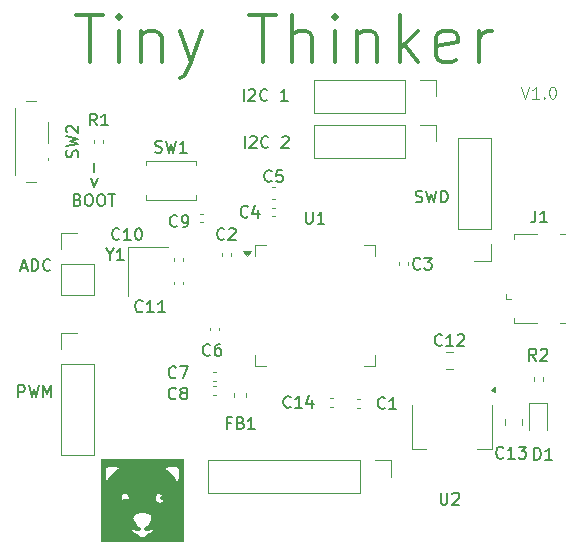
<source format=gbr>
%TF.GenerationSoftware,KiCad,Pcbnew,9.0.4-9.0.4-0~ubuntu22.04.1*%
%TF.CreationDate,2025-09-25T00:01:46-07:00*%
%TF.ProjectId,Tiny_Thinker,54696e79-5f54-4686-996e-6b65722e6b69,rev?*%
%TF.SameCoordinates,Original*%
%TF.FileFunction,Legend,Top*%
%TF.FilePolarity,Positive*%
%FSLAX46Y46*%
G04 Gerber Fmt 4.6, Leading zero omitted, Abs format (unit mm)*
G04 Created by KiCad (PCBNEW 9.0.4-9.0.4-0~ubuntu22.04.1) date 2025-09-25 00:01:46*
%MOMM*%
%LPD*%
G01*
G04 APERTURE LIST*
%ADD10C,0.200000*%
%ADD11C,0.100000*%
%ADD12C,0.300000*%
%ADD13C,0.150000*%
%ADD14C,0.000000*%
%ADD15C,0.120000*%
G04 APERTURE END LIST*
D10*
X117022054Y-73719600D02*
X117164911Y-73767219D01*
X117164911Y-73767219D02*
X117403006Y-73767219D01*
X117403006Y-73767219D02*
X117498244Y-73719600D01*
X117498244Y-73719600D02*
X117545863Y-73671980D01*
X117545863Y-73671980D02*
X117593482Y-73576742D01*
X117593482Y-73576742D02*
X117593482Y-73481504D01*
X117593482Y-73481504D02*
X117545863Y-73386266D01*
X117545863Y-73386266D02*
X117498244Y-73338647D01*
X117498244Y-73338647D02*
X117403006Y-73291028D01*
X117403006Y-73291028D02*
X117212530Y-73243409D01*
X117212530Y-73243409D02*
X117117292Y-73195790D01*
X117117292Y-73195790D02*
X117069673Y-73148171D01*
X117069673Y-73148171D02*
X117022054Y-73052933D01*
X117022054Y-73052933D02*
X117022054Y-72957695D01*
X117022054Y-72957695D02*
X117069673Y-72862457D01*
X117069673Y-72862457D02*
X117117292Y-72814838D01*
X117117292Y-72814838D02*
X117212530Y-72767219D01*
X117212530Y-72767219D02*
X117450625Y-72767219D01*
X117450625Y-72767219D02*
X117593482Y-72814838D01*
X117926816Y-72767219D02*
X118164911Y-73767219D01*
X118164911Y-73767219D02*
X118355387Y-73052933D01*
X118355387Y-73052933D02*
X118545863Y-73767219D01*
X118545863Y-73767219D02*
X118783959Y-72767219D01*
X119164911Y-73767219D02*
X119164911Y-72767219D01*
X119164911Y-72767219D02*
X119403006Y-72767219D01*
X119403006Y-72767219D02*
X119545863Y-72814838D01*
X119545863Y-72814838D02*
X119641101Y-72910076D01*
X119641101Y-72910076D02*
X119688720Y-73005314D01*
X119688720Y-73005314D02*
X119736339Y-73195790D01*
X119736339Y-73195790D02*
X119736339Y-73338647D01*
X119736339Y-73338647D02*
X119688720Y-73529123D01*
X119688720Y-73529123D02*
X119641101Y-73624361D01*
X119641101Y-73624361D02*
X119545863Y-73719600D01*
X119545863Y-73719600D02*
X119403006Y-73767219D01*
X119403006Y-73767219D02*
X119164911Y-73767219D01*
D11*
X125961027Y-63972419D02*
X126294360Y-64972419D01*
X126294360Y-64972419D02*
X126627693Y-63972419D01*
X127484836Y-64972419D02*
X126913408Y-64972419D01*
X127199122Y-64972419D02*
X127199122Y-63972419D01*
X127199122Y-63972419D02*
X127103884Y-64115276D01*
X127103884Y-64115276D02*
X127008646Y-64210514D01*
X127008646Y-64210514D02*
X126913408Y-64258133D01*
X127913408Y-64877180D02*
X127961027Y-64924800D01*
X127961027Y-64924800D02*
X127913408Y-64972419D01*
X127913408Y-64972419D02*
X127865789Y-64924800D01*
X127865789Y-64924800D02*
X127913408Y-64877180D01*
X127913408Y-64877180D02*
X127913408Y-64972419D01*
X128580074Y-63972419D02*
X128675312Y-63972419D01*
X128675312Y-63972419D02*
X128770550Y-64020038D01*
X128770550Y-64020038D02*
X128818169Y-64067657D01*
X128818169Y-64067657D02*
X128865788Y-64162895D01*
X128865788Y-64162895D02*
X128913407Y-64353371D01*
X128913407Y-64353371D02*
X128913407Y-64591466D01*
X128913407Y-64591466D02*
X128865788Y-64781942D01*
X128865788Y-64781942D02*
X128818169Y-64877180D01*
X128818169Y-64877180D02*
X128770550Y-64924800D01*
X128770550Y-64924800D02*
X128675312Y-64972419D01*
X128675312Y-64972419D02*
X128580074Y-64972419D01*
X128580074Y-64972419D02*
X128484836Y-64924800D01*
X128484836Y-64924800D02*
X128437217Y-64877180D01*
X128437217Y-64877180D02*
X128389598Y-64781942D01*
X128389598Y-64781942D02*
X128341979Y-64591466D01*
X128341979Y-64591466D02*
X128341979Y-64353371D01*
X128341979Y-64353371D02*
X128389598Y-64162895D01*
X128389598Y-64162895D02*
X128437217Y-64067657D01*
X128437217Y-64067657D02*
X128484836Y-64020038D01*
X128484836Y-64020038D02*
X128580074Y-63972419D01*
D12*
X88278320Y-57894876D02*
X90564034Y-57894876D01*
X89421177Y-61894876D02*
X89421177Y-57894876D01*
X91897367Y-61894876D02*
X91897367Y-59228209D01*
X91897367Y-57894876D02*
X91706891Y-58085352D01*
X91706891Y-58085352D02*
X91897367Y-58275828D01*
X91897367Y-58275828D02*
X92087844Y-58085352D01*
X92087844Y-58085352D02*
X91897367Y-57894876D01*
X91897367Y-57894876D02*
X91897367Y-58275828D01*
X93802129Y-59228209D02*
X93802129Y-61894876D01*
X93802129Y-59609161D02*
X93992606Y-59418685D01*
X93992606Y-59418685D02*
X94373558Y-59228209D01*
X94373558Y-59228209D02*
X94944987Y-59228209D01*
X94944987Y-59228209D02*
X95325939Y-59418685D01*
X95325939Y-59418685D02*
X95516415Y-59799638D01*
X95516415Y-59799638D02*
X95516415Y-61894876D01*
X97040225Y-59228209D02*
X97992606Y-61894876D01*
X98944987Y-59228209D02*
X97992606Y-61894876D01*
X97992606Y-61894876D02*
X97611654Y-62847257D01*
X97611654Y-62847257D02*
X97421177Y-63037733D01*
X97421177Y-63037733D02*
X97040225Y-63228209D01*
X102944987Y-57894876D02*
X105230701Y-57894876D01*
X104087844Y-61894876D02*
X104087844Y-57894876D01*
X106564034Y-61894876D02*
X106564034Y-57894876D01*
X108278320Y-61894876D02*
X108278320Y-59799638D01*
X108278320Y-59799638D02*
X108087844Y-59418685D01*
X108087844Y-59418685D02*
X107706892Y-59228209D01*
X107706892Y-59228209D02*
X107135463Y-59228209D01*
X107135463Y-59228209D02*
X106754511Y-59418685D01*
X106754511Y-59418685D02*
X106564034Y-59609161D01*
X110183082Y-61894876D02*
X110183082Y-59228209D01*
X110183082Y-57894876D02*
X109992606Y-58085352D01*
X109992606Y-58085352D02*
X110183082Y-58275828D01*
X110183082Y-58275828D02*
X110373559Y-58085352D01*
X110373559Y-58085352D02*
X110183082Y-57894876D01*
X110183082Y-57894876D02*
X110183082Y-58275828D01*
X112087844Y-59228209D02*
X112087844Y-61894876D01*
X112087844Y-59609161D02*
X112278321Y-59418685D01*
X112278321Y-59418685D02*
X112659273Y-59228209D01*
X112659273Y-59228209D02*
X113230702Y-59228209D01*
X113230702Y-59228209D02*
X113611654Y-59418685D01*
X113611654Y-59418685D02*
X113802130Y-59799638D01*
X113802130Y-59799638D02*
X113802130Y-61894876D01*
X115706892Y-61894876D02*
X115706892Y-57894876D01*
X116087845Y-60371066D02*
X117230702Y-61894876D01*
X117230702Y-59228209D02*
X115706892Y-60752019D01*
X120468797Y-61704400D02*
X120087845Y-61894876D01*
X120087845Y-61894876D02*
X119325940Y-61894876D01*
X119325940Y-61894876D02*
X118944987Y-61704400D01*
X118944987Y-61704400D02*
X118754511Y-61323447D01*
X118754511Y-61323447D02*
X118754511Y-59799638D01*
X118754511Y-59799638D02*
X118944987Y-59418685D01*
X118944987Y-59418685D02*
X119325940Y-59228209D01*
X119325940Y-59228209D02*
X120087845Y-59228209D01*
X120087845Y-59228209D02*
X120468797Y-59418685D01*
X120468797Y-59418685D02*
X120659273Y-59799638D01*
X120659273Y-59799638D02*
X120659273Y-60180590D01*
X120659273Y-60180590D02*
X118754511Y-60561542D01*
X122373558Y-61894876D02*
X122373558Y-59228209D01*
X122373558Y-59990114D02*
X122564035Y-59609161D01*
X122564035Y-59609161D02*
X122754511Y-59418685D01*
X122754511Y-59418685D02*
X123135463Y-59228209D01*
X123135463Y-59228209D02*
X123516416Y-59228209D01*
D10*
X83369673Y-90267219D02*
X83369673Y-89267219D01*
X83369673Y-89267219D02*
X83750625Y-89267219D01*
X83750625Y-89267219D02*
X83845863Y-89314838D01*
X83845863Y-89314838D02*
X83893482Y-89362457D01*
X83893482Y-89362457D02*
X83941101Y-89457695D01*
X83941101Y-89457695D02*
X83941101Y-89600552D01*
X83941101Y-89600552D02*
X83893482Y-89695790D01*
X83893482Y-89695790D02*
X83845863Y-89743409D01*
X83845863Y-89743409D02*
X83750625Y-89791028D01*
X83750625Y-89791028D02*
X83369673Y-89791028D01*
X84274435Y-89267219D02*
X84512530Y-90267219D01*
X84512530Y-90267219D02*
X84703006Y-89552933D01*
X84703006Y-89552933D02*
X84893482Y-90267219D01*
X84893482Y-90267219D02*
X85131578Y-89267219D01*
X85512530Y-90267219D02*
X85512530Y-89267219D01*
X85512530Y-89267219D02*
X85845863Y-89981504D01*
X85845863Y-89981504D02*
X86179196Y-89267219D01*
X86179196Y-89267219D02*
X86179196Y-90267219D01*
X83622054Y-79281504D02*
X84098244Y-79281504D01*
X83526816Y-79567219D02*
X83860149Y-78567219D01*
X83860149Y-78567219D02*
X84193482Y-79567219D01*
X84526816Y-79567219D02*
X84526816Y-78567219D01*
X84526816Y-78567219D02*
X84764911Y-78567219D01*
X84764911Y-78567219D02*
X84907768Y-78614838D01*
X84907768Y-78614838D02*
X85003006Y-78710076D01*
X85003006Y-78710076D02*
X85050625Y-78805314D01*
X85050625Y-78805314D02*
X85098244Y-78995790D01*
X85098244Y-78995790D02*
X85098244Y-79138647D01*
X85098244Y-79138647D02*
X85050625Y-79329123D01*
X85050625Y-79329123D02*
X85003006Y-79424361D01*
X85003006Y-79424361D02*
X84907768Y-79519600D01*
X84907768Y-79519600D02*
X84764911Y-79567219D01*
X84764911Y-79567219D02*
X84526816Y-79567219D01*
X86098244Y-79471980D02*
X86050625Y-79519600D01*
X86050625Y-79519600D02*
X85907768Y-79567219D01*
X85907768Y-79567219D02*
X85812530Y-79567219D01*
X85812530Y-79567219D02*
X85669673Y-79519600D01*
X85669673Y-79519600D02*
X85574435Y-79424361D01*
X85574435Y-79424361D02*
X85526816Y-79329123D01*
X85526816Y-79329123D02*
X85479197Y-79138647D01*
X85479197Y-79138647D02*
X85479197Y-78995790D01*
X85479197Y-78995790D02*
X85526816Y-78805314D01*
X85526816Y-78805314D02*
X85574435Y-78710076D01*
X85574435Y-78710076D02*
X85669673Y-78614838D01*
X85669673Y-78614838D02*
X85812530Y-78567219D01*
X85812530Y-78567219D02*
X85907768Y-78567219D01*
X85907768Y-78567219D02*
X86050625Y-78614838D01*
X86050625Y-78614838D02*
X86098244Y-78662457D01*
X88403006Y-73533465D02*
X88545863Y-73581084D01*
X88545863Y-73581084D02*
X88593482Y-73628703D01*
X88593482Y-73628703D02*
X88641101Y-73723941D01*
X88641101Y-73723941D02*
X88641101Y-73866798D01*
X88641101Y-73866798D02*
X88593482Y-73962036D01*
X88593482Y-73962036D02*
X88545863Y-74009656D01*
X88545863Y-74009656D02*
X88450625Y-74057275D01*
X88450625Y-74057275D02*
X88069673Y-74057275D01*
X88069673Y-74057275D02*
X88069673Y-73057275D01*
X88069673Y-73057275D02*
X88403006Y-73057275D01*
X88403006Y-73057275D02*
X88498244Y-73104894D01*
X88498244Y-73104894D02*
X88545863Y-73152513D01*
X88545863Y-73152513D02*
X88593482Y-73247751D01*
X88593482Y-73247751D02*
X88593482Y-73342989D01*
X88593482Y-73342989D02*
X88545863Y-73438227D01*
X88545863Y-73438227D02*
X88498244Y-73485846D01*
X88498244Y-73485846D02*
X88403006Y-73533465D01*
X88403006Y-73533465D02*
X88069673Y-73533465D01*
X89260149Y-73057275D02*
X89450625Y-73057275D01*
X89450625Y-73057275D02*
X89545863Y-73104894D01*
X89545863Y-73104894D02*
X89641101Y-73200132D01*
X89641101Y-73200132D02*
X89688720Y-73390608D01*
X89688720Y-73390608D02*
X89688720Y-73723941D01*
X89688720Y-73723941D02*
X89641101Y-73914417D01*
X89641101Y-73914417D02*
X89545863Y-74009656D01*
X89545863Y-74009656D02*
X89450625Y-74057275D01*
X89450625Y-74057275D02*
X89260149Y-74057275D01*
X89260149Y-74057275D02*
X89164911Y-74009656D01*
X89164911Y-74009656D02*
X89069673Y-73914417D01*
X89069673Y-73914417D02*
X89022054Y-73723941D01*
X89022054Y-73723941D02*
X89022054Y-73390608D01*
X89022054Y-73390608D02*
X89069673Y-73200132D01*
X89069673Y-73200132D02*
X89164911Y-73104894D01*
X89164911Y-73104894D02*
X89260149Y-73057275D01*
X90307768Y-73057275D02*
X90498244Y-73057275D01*
X90498244Y-73057275D02*
X90593482Y-73104894D01*
X90593482Y-73104894D02*
X90688720Y-73200132D01*
X90688720Y-73200132D02*
X90736339Y-73390608D01*
X90736339Y-73390608D02*
X90736339Y-73723941D01*
X90736339Y-73723941D02*
X90688720Y-73914417D01*
X90688720Y-73914417D02*
X90593482Y-74009656D01*
X90593482Y-74009656D02*
X90498244Y-74057275D01*
X90498244Y-74057275D02*
X90307768Y-74057275D01*
X90307768Y-74057275D02*
X90212530Y-74009656D01*
X90212530Y-74009656D02*
X90117292Y-73914417D01*
X90117292Y-73914417D02*
X90069673Y-73723941D01*
X90069673Y-73723941D02*
X90069673Y-73390608D01*
X90069673Y-73390608D02*
X90117292Y-73200132D01*
X90117292Y-73200132D02*
X90212530Y-73104894D01*
X90212530Y-73104894D02*
X90307768Y-73057275D01*
X91022054Y-73057275D02*
X91593482Y-73057275D01*
X91307768Y-74057275D02*
X91307768Y-73057275D01*
X89813733Y-70469673D02*
X89813733Y-71231578D01*
X90099447Y-71707768D02*
X89813733Y-72469673D01*
X89813733Y-72469673D02*
X89528019Y-71707768D01*
X102569673Y-69167219D02*
X102569673Y-68167219D01*
X102998244Y-68262457D02*
X103045863Y-68214838D01*
X103045863Y-68214838D02*
X103141101Y-68167219D01*
X103141101Y-68167219D02*
X103379196Y-68167219D01*
X103379196Y-68167219D02*
X103474434Y-68214838D01*
X103474434Y-68214838D02*
X103522053Y-68262457D01*
X103522053Y-68262457D02*
X103569672Y-68357695D01*
X103569672Y-68357695D02*
X103569672Y-68452933D01*
X103569672Y-68452933D02*
X103522053Y-68595790D01*
X103522053Y-68595790D02*
X102950625Y-69167219D01*
X102950625Y-69167219D02*
X103569672Y-69167219D01*
X104569672Y-69071980D02*
X104522053Y-69119600D01*
X104522053Y-69119600D02*
X104379196Y-69167219D01*
X104379196Y-69167219D02*
X104283958Y-69167219D01*
X104283958Y-69167219D02*
X104141101Y-69119600D01*
X104141101Y-69119600D02*
X104045863Y-69024361D01*
X104045863Y-69024361D02*
X103998244Y-68929123D01*
X103998244Y-68929123D02*
X103950625Y-68738647D01*
X103950625Y-68738647D02*
X103950625Y-68595790D01*
X103950625Y-68595790D02*
X103998244Y-68405314D01*
X103998244Y-68405314D02*
X104045863Y-68310076D01*
X104045863Y-68310076D02*
X104141101Y-68214838D01*
X104141101Y-68214838D02*
X104283958Y-68167219D01*
X104283958Y-68167219D02*
X104379196Y-68167219D01*
X104379196Y-68167219D02*
X104522053Y-68214838D01*
X104522053Y-68214838D02*
X104569672Y-68262457D01*
X105712530Y-68262457D02*
X105760149Y-68214838D01*
X105760149Y-68214838D02*
X105855387Y-68167219D01*
X105855387Y-68167219D02*
X106093482Y-68167219D01*
X106093482Y-68167219D02*
X106188720Y-68214838D01*
X106188720Y-68214838D02*
X106236339Y-68262457D01*
X106236339Y-68262457D02*
X106283958Y-68357695D01*
X106283958Y-68357695D02*
X106283958Y-68452933D01*
X106283958Y-68452933D02*
X106236339Y-68595790D01*
X106236339Y-68595790D02*
X105664911Y-69167219D01*
X105664911Y-69167219D02*
X106283958Y-69167219D01*
X102469673Y-65167219D02*
X102469673Y-64167219D01*
X102898244Y-64262457D02*
X102945863Y-64214838D01*
X102945863Y-64214838D02*
X103041101Y-64167219D01*
X103041101Y-64167219D02*
X103279196Y-64167219D01*
X103279196Y-64167219D02*
X103374434Y-64214838D01*
X103374434Y-64214838D02*
X103422053Y-64262457D01*
X103422053Y-64262457D02*
X103469672Y-64357695D01*
X103469672Y-64357695D02*
X103469672Y-64452933D01*
X103469672Y-64452933D02*
X103422053Y-64595790D01*
X103422053Y-64595790D02*
X102850625Y-65167219D01*
X102850625Y-65167219D02*
X103469672Y-65167219D01*
X104469672Y-65071980D02*
X104422053Y-65119600D01*
X104422053Y-65119600D02*
X104279196Y-65167219D01*
X104279196Y-65167219D02*
X104183958Y-65167219D01*
X104183958Y-65167219D02*
X104041101Y-65119600D01*
X104041101Y-65119600D02*
X103945863Y-65024361D01*
X103945863Y-65024361D02*
X103898244Y-64929123D01*
X103898244Y-64929123D02*
X103850625Y-64738647D01*
X103850625Y-64738647D02*
X103850625Y-64595790D01*
X103850625Y-64595790D02*
X103898244Y-64405314D01*
X103898244Y-64405314D02*
X103945863Y-64310076D01*
X103945863Y-64310076D02*
X104041101Y-64214838D01*
X104041101Y-64214838D02*
X104183958Y-64167219D01*
X104183958Y-64167219D02*
X104279196Y-64167219D01*
X104279196Y-64167219D02*
X104422053Y-64214838D01*
X104422053Y-64214838D02*
X104469672Y-64262457D01*
X106183958Y-65167219D02*
X105612530Y-65167219D01*
X105898244Y-65167219D02*
X105898244Y-64167219D01*
X105898244Y-64167219D02*
X105803006Y-64310076D01*
X105803006Y-64310076D02*
X105707768Y-64405314D01*
X105707768Y-64405314D02*
X105612530Y-64452933D01*
D12*
X92578572Y-98249757D02*
X92435715Y-98178328D01*
X92435715Y-98178328D02*
X92221429Y-98178328D01*
X92221429Y-98178328D02*
X92007143Y-98249757D01*
X92007143Y-98249757D02*
X91864286Y-98392614D01*
X91864286Y-98392614D02*
X91792857Y-98535471D01*
X91792857Y-98535471D02*
X91721429Y-98821185D01*
X91721429Y-98821185D02*
X91721429Y-99035471D01*
X91721429Y-99035471D02*
X91792857Y-99321185D01*
X91792857Y-99321185D02*
X91864286Y-99464042D01*
X91864286Y-99464042D02*
X92007143Y-99606900D01*
X92007143Y-99606900D02*
X92221429Y-99678328D01*
X92221429Y-99678328D02*
X92364286Y-99678328D01*
X92364286Y-99678328D02*
X92578572Y-99606900D01*
X92578572Y-99606900D02*
X92650000Y-99535471D01*
X92650000Y-99535471D02*
X92650000Y-99035471D01*
X92650000Y-99035471D02*
X92364286Y-99035471D01*
X93507143Y-98178328D02*
X93507143Y-98535471D01*
X93150000Y-98392614D02*
X93507143Y-98535471D01*
X93507143Y-98535471D02*
X93864286Y-98392614D01*
X93292857Y-98821185D02*
X93507143Y-98535471D01*
X93507143Y-98535471D02*
X93721429Y-98821185D01*
X94650000Y-98178328D02*
X94650000Y-98535471D01*
X94292857Y-98392614D02*
X94650000Y-98535471D01*
X94650000Y-98535471D02*
X95007143Y-98392614D01*
X94435714Y-98821185D02*
X94650000Y-98535471D01*
X94650000Y-98535471D02*
X94864286Y-98821185D01*
X95792857Y-98178328D02*
X95792857Y-98535471D01*
X95435714Y-98392614D02*
X95792857Y-98535471D01*
X95792857Y-98535471D02*
X96150000Y-98392614D01*
X95578571Y-98821185D02*
X95792857Y-98535471D01*
X95792857Y-98535471D02*
X96007143Y-98821185D01*
D13*
X127166666Y-74454819D02*
X127166666Y-75169104D01*
X127166666Y-75169104D02*
X127119047Y-75311961D01*
X127119047Y-75311961D02*
X127023809Y-75407200D01*
X127023809Y-75407200D02*
X126880952Y-75454819D01*
X126880952Y-75454819D02*
X126785714Y-75454819D01*
X128166666Y-75454819D02*
X127595238Y-75454819D01*
X127880952Y-75454819D02*
X127880952Y-74454819D01*
X127880952Y-74454819D02*
X127785714Y-74597676D01*
X127785714Y-74597676D02*
X127690476Y-74692914D01*
X127690476Y-74692914D02*
X127595238Y-74740533D01*
X96833333Y-75759580D02*
X96785714Y-75807200D01*
X96785714Y-75807200D02*
X96642857Y-75854819D01*
X96642857Y-75854819D02*
X96547619Y-75854819D01*
X96547619Y-75854819D02*
X96404762Y-75807200D01*
X96404762Y-75807200D02*
X96309524Y-75711961D01*
X96309524Y-75711961D02*
X96261905Y-75616723D01*
X96261905Y-75616723D02*
X96214286Y-75426247D01*
X96214286Y-75426247D02*
X96214286Y-75283390D01*
X96214286Y-75283390D02*
X96261905Y-75092914D01*
X96261905Y-75092914D02*
X96309524Y-74997676D01*
X96309524Y-74997676D02*
X96404762Y-74902438D01*
X96404762Y-74902438D02*
X96547619Y-74854819D01*
X96547619Y-74854819D02*
X96642857Y-74854819D01*
X96642857Y-74854819D02*
X96785714Y-74902438D01*
X96785714Y-74902438D02*
X96833333Y-74950057D01*
X97309524Y-75854819D02*
X97500000Y-75854819D01*
X97500000Y-75854819D02*
X97595238Y-75807200D01*
X97595238Y-75807200D02*
X97642857Y-75759580D01*
X97642857Y-75759580D02*
X97738095Y-75616723D01*
X97738095Y-75616723D02*
X97785714Y-75426247D01*
X97785714Y-75426247D02*
X97785714Y-75045295D01*
X97785714Y-75045295D02*
X97738095Y-74950057D01*
X97738095Y-74950057D02*
X97690476Y-74902438D01*
X97690476Y-74902438D02*
X97595238Y-74854819D01*
X97595238Y-74854819D02*
X97404762Y-74854819D01*
X97404762Y-74854819D02*
X97309524Y-74902438D01*
X97309524Y-74902438D02*
X97261905Y-74950057D01*
X97261905Y-74950057D02*
X97214286Y-75045295D01*
X97214286Y-75045295D02*
X97214286Y-75283390D01*
X97214286Y-75283390D02*
X97261905Y-75378628D01*
X97261905Y-75378628D02*
X97309524Y-75426247D01*
X97309524Y-75426247D02*
X97404762Y-75473866D01*
X97404762Y-75473866D02*
X97595238Y-75473866D01*
X97595238Y-75473866D02*
X97690476Y-75426247D01*
X97690476Y-75426247D02*
X97738095Y-75378628D01*
X97738095Y-75378628D02*
X97785714Y-75283390D01*
X88407200Y-69933332D02*
X88454819Y-69790475D01*
X88454819Y-69790475D02*
X88454819Y-69552380D01*
X88454819Y-69552380D02*
X88407200Y-69457142D01*
X88407200Y-69457142D02*
X88359580Y-69409523D01*
X88359580Y-69409523D02*
X88264342Y-69361904D01*
X88264342Y-69361904D02*
X88169104Y-69361904D01*
X88169104Y-69361904D02*
X88073866Y-69409523D01*
X88073866Y-69409523D02*
X88026247Y-69457142D01*
X88026247Y-69457142D02*
X87978628Y-69552380D01*
X87978628Y-69552380D02*
X87931009Y-69742856D01*
X87931009Y-69742856D02*
X87883390Y-69838094D01*
X87883390Y-69838094D02*
X87835771Y-69885713D01*
X87835771Y-69885713D02*
X87740533Y-69933332D01*
X87740533Y-69933332D02*
X87645295Y-69933332D01*
X87645295Y-69933332D02*
X87550057Y-69885713D01*
X87550057Y-69885713D02*
X87502438Y-69838094D01*
X87502438Y-69838094D02*
X87454819Y-69742856D01*
X87454819Y-69742856D02*
X87454819Y-69504761D01*
X87454819Y-69504761D02*
X87502438Y-69361904D01*
X87454819Y-69028570D02*
X88454819Y-68790475D01*
X88454819Y-68790475D02*
X87740533Y-68599999D01*
X87740533Y-68599999D02*
X88454819Y-68409523D01*
X88454819Y-68409523D02*
X87454819Y-68171428D01*
X87550057Y-67838094D02*
X87502438Y-67790475D01*
X87502438Y-67790475D02*
X87454819Y-67695237D01*
X87454819Y-67695237D02*
X87454819Y-67457142D01*
X87454819Y-67457142D02*
X87502438Y-67361904D01*
X87502438Y-67361904D02*
X87550057Y-67314285D01*
X87550057Y-67314285D02*
X87645295Y-67266666D01*
X87645295Y-67266666D02*
X87740533Y-67266666D01*
X87740533Y-67266666D02*
X87883390Y-67314285D01*
X87883390Y-67314285D02*
X88454819Y-67885713D01*
X88454819Y-67885713D02*
X88454819Y-67266666D01*
X117433333Y-79359580D02*
X117385714Y-79407200D01*
X117385714Y-79407200D02*
X117242857Y-79454819D01*
X117242857Y-79454819D02*
X117147619Y-79454819D01*
X117147619Y-79454819D02*
X117004762Y-79407200D01*
X117004762Y-79407200D02*
X116909524Y-79311961D01*
X116909524Y-79311961D02*
X116861905Y-79216723D01*
X116861905Y-79216723D02*
X116814286Y-79026247D01*
X116814286Y-79026247D02*
X116814286Y-78883390D01*
X116814286Y-78883390D02*
X116861905Y-78692914D01*
X116861905Y-78692914D02*
X116909524Y-78597676D01*
X116909524Y-78597676D02*
X117004762Y-78502438D01*
X117004762Y-78502438D02*
X117147619Y-78454819D01*
X117147619Y-78454819D02*
X117242857Y-78454819D01*
X117242857Y-78454819D02*
X117385714Y-78502438D01*
X117385714Y-78502438D02*
X117433333Y-78550057D01*
X117766667Y-78454819D02*
X118385714Y-78454819D01*
X118385714Y-78454819D02*
X118052381Y-78835771D01*
X118052381Y-78835771D02*
X118195238Y-78835771D01*
X118195238Y-78835771D02*
X118290476Y-78883390D01*
X118290476Y-78883390D02*
X118338095Y-78931009D01*
X118338095Y-78931009D02*
X118385714Y-79026247D01*
X118385714Y-79026247D02*
X118385714Y-79264342D01*
X118385714Y-79264342D02*
X118338095Y-79359580D01*
X118338095Y-79359580D02*
X118290476Y-79407200D01*
X118290476Y-79407200D02*
X118195238Y-79454819D01*
X118195238Y-79454819D02*
X117909524Y-79454819D01*
X117909524Y-79454819D02*
X117814286Y-79407200D01*
X117814286Y-79407200D02*
X117766667Y-79359580D01*
X102833333Y-74959580D02*
X102785714Y-75007200D01*
X102785714Y-75007200D02*
X102642857Y-75054819D01*
X102642857Y-75054819D02*
X102547619Y-75054819D01*
X102547619Y-75054819D02*
X102404762Y-75007200D01*
X102404762Y-75007200D02*
X102309524Y-74911961D01*
X102309524Y-74911961D02*
X102261905Y-74816723D01*
X102261905Y-74816723D02*
X102214286Y-74626247D01*
X102214286Y-74626247D02*
X102214286Y-74483390D01*
X102214286Y-74483390D02*
X102261905Y-74292914D01*
X102261905Y-74292914D02*
X102309524Y-74197676D01*
X102309524Y-74197676D02*
X102404762Y-74102438D01*
X102404762Y-74102438D02*
X102547619Y-74054819D01*
X102547619Y-74054819D02*
X102642857Y-74054819D01*
X102642857Y-74054819D02*
X102785714Y-74102438D01*
X102785714Y-74102438D02*
X102833333Y-74150057D01*
X103690476Y-74388152D02*
X103690476Y-75054819D01*
X103452381Y-74007200D02*
X103214286Y-74721485D01*
X103214286Y-74721485D02*
X103833333Y-74721485D01*
X101366666Y-92431009D02*
X101033333Y-92431009D01*
X101033333Y-92954819D02*
X101033333Y-91954819D01*
X101033333Y-91954819D02*
X101509523Y-91954819D01*
X102223809Y-92431009D02*
X102366666Y-92478628D01*
X102366666Y-92478628D02*
X102414285Y-92526247D01*
X102414285Y-92526247D02*
X102461904Y-92621485D01*
X102461904Y-92621485D02*
X102461904Y-92764342D01*
X102461904Y-92764342D02*
X102414285Y-92859580D01*
X102414285Y-92859580D02*
X102366666Y-92907200D01*
X102366666Y-92907200D02*
X102271428Y-92954819D01*
X102271428Y-92954819D02*
X101890476Y-92954819D01*
X101890476Y-92954819D02*
X101890476Y-91954819D01*
X101890476Y-91954819D02*
X102223809Y-91954819D01*
X102223809Y-91954819D02*
X102319047Y-92002438D01*
X102319047Y-92002438D02*
X102366666Y-92050057D01*
X102366666Y-92050057D02*
X102414285Y-92145295D01*
X102414285Y-92145295D02*
X102414285Y-92240533D01*
X102414285Y-92240533D02*
X102366666Y-92335771D01*
X102366666Y-92335771D02*
X102319047Y-92383390D01*
X102319047Y-92383390D02*
X102223809Y-92431009D01*
X102223809Y-92431009D02*
X101890476Y-92431009D01*
X103414285Y-92954819D02*
X102842857Y-92954819D01*
X103128571Y-92954819D02*
X103128571Y-91954819D01*
X103128571Y-91954819D02*
X103033333Y-92097676D01*
X103033333Y-92097676D02*
X102938095Y-92192914D01*
X102938095Y-92192914D02*
X102842857Y-92240533D01*
X99633333Y-86659580D02*
X99585714Y-86707200D01*
X99585714Y-86707200D02*
X99442857Y-86754819D01*
X99442857Y-86754819D02*
X99347619Y-86754819D01*
X99347619Y-86754819D02*
X99204762Y-86707200D01*
X99204762Y-86707200D02*
X99109524Y-86611961D01*
X99109524Y-86611961D02*
X99061905Y-86516723D01*
X99061905Y-86516723D02*
X99014286Y-86326247D01*
X99014286Y-86326247D02*
X99014286Y-86183390D01*
X99014286Y-86183390D02*
X99061905Y-85992914D01*
X99061905Y-85992914D02*
X99109524Y-85897676D01*
X99109524Y-85897676D02*
X99204762Y-85802438D01*
X99204762Y-85802438D02*
X99347619Y-85754819D01*
X99347619Y-85754819D02*
X99442857Y-85754819D01*
X99442857Y-85754819D02*
X99585714Y-85802438D01*
X99585714Y-85802438D02*
X99633333Y-85850057D01*
X100490476Y-85754819D02*
X100300000Y-85754819D01*
X100300000Y-85754819D02*
X100204762Y-85802438D01*
X100204762Y-85802438D02*
X100157143Y-85850057D01*
X100157143Y-85850057D02*
X100061905Y-85992914D01*
X100061905Y-85992914D02*
X100014286Y-86183390D01*
X100014286Y-86183390D02*
X100014286Y-86564342D01*
X100014286Y-86564342D02*
X100061905Y-86659580D01*
X100061905Y-86659580D02*
X100109524Y-86707200D01*
X100109524Y-86707200D02*
X100204762Y-86754819D01*
X100204762Y-86754819D02*
X100395238Y-86754819D01*
X100395238Y-86754819D02*
X100490476Y-86707200D01*
X100490476Y-86707200D02*
X100538095Y-86659580D01*
X100538095Y-86659580D02*
X100585714Y-86564342D01*
X100585714Y-86564342D02*
X100585714Y-86326247D01*
X100585714Y-86326247D02*
X100538095Y-86231009D01*
X100538095Y-86231009D02*
X100490476Y-86183390D01*
X100490476Y-86183390D02*
X100395238Y-86135771D01*
X100395238Y-86135771D02*
X100204762Y-86135771D01*
X100204762Y-86135771D02*
X100109524Y-86183390D01*
X100109524Y-86183390D02*
X100061905Y-86231009D01*
X100061905Y-86231009D02*
X100014286Y-86326247D01*
X119138095Y-98354819D02*
X119138095Y-99164342D01*
X119138095Y-99164342D02*
X119185714Y-99259580D01*
X119185714Y-99259580D02*
X119233333Y-99307200D01*
X119233333Y-99307200D02*
X119328571Y-99354819D01*
X119328571Y-99354819D02*
X119519047Y-99354819D01*
X119519047Y-99354819D02*
X119614285Y-99307200D01*
X119614285Y-99307200D02*
X119661904Y-99259580D01*
X119661904Y-99259580D02*
X119709523Y-99164342D01*
X119709523Y-99164342D02*
X119709523Y-98354819D01*
X120138095Y-98450057D02*
X120185714Y-98402438D01*
X120185714Y-98402438D02*
X120280952Y-98354819D01*
X120280952Y-98354819D02*
X120519047Y-98354819D01*
X120519047Y-98354819D02*
X120614285Y-98402438D01*
X120614285Y-98402438D02*
X120661904Y-98450057D01*
X120661904Y-98450057D02*
X120709523Y-98545295D01*
X120709523Y-98545295D02*
X120709523Y-98640533D01*
X120709523Y-98640533D02*
X120661904Y-98783390D01*
X120661904Y-98783390D02*
X120090476Y-99354819D01*
X120090476Y-99354819D02*
X120709523Y-99354819D01*
X104833333Y-71929580D02*
X104785714Y-71977200D01*
X104785714Y-71977200D02*
X104642857Y-72024819D01*
X104642857Y-72024819D02*
X104547619Y-72024819D01*
X104547619Y-72024819D02*
X104404762Y-71977200D01*
X104404762Y-71977200D02*
X104309524Y-71881961D01*
X104309524Y-71881961D02*
X104261905Y-71786723D01*
X104261905Y-71786723D02*
X104214286Y-71596247D01*
X104214286Y-71596247D02*
X104214286Y-71453390D01*
X104214286Y-71453390D02*
X104261905Y-71262914D01*
X104261905Y-71262914D02*
X104309524Y-71167676D01*
X104309524Y-71167676D02*
X104404762Y-71072438D01*
X104404762Y-71072438D02*
X104547619Y-71024819D01*
X104547619Y-71024819D02*
X104642857Y-71024819D01*
X104642857Y-71024819D02*
X104785714Y-71072438D01*
X104785714Y-71072438D02*
X104833333Y-71120057D01*
X105738095Y-71024819D02*
X105261905Y-71024819D01*
X105261905Y-71024819D02*
X105214286Y-71501009D01*
X105214286Y-71501009D02*
X105261905Y-71453390D01*
X105261905Y-71453390D02*
X105357143Y-71405771D01*
X105357143Y-71405771D02*
X105595238Y-71405771D01*
X105595238Y-71405771D02*
X105690476Y-71453390D01*
X105690476Y-71453390D02*
X105738095Y-71501009D01*
X105738095Y-71501009D02*
X105785714Y-71596247D01*
X105785714Y-71596247D02*
X105785714Y-71834342D01*
X105785714Y-71834342D02*
X105738095Y-71929580D01*
X105738095Y-71929580D02*
X105690476Y-71977200D01*
X105690476Y-71977200D02*
X105595238Y-72024819D01*
X105595238Y-72024819D02*
X105357143Y-72024819D01*
X105357143Y-72024819D02*
X105261905Y-71977200D01*
X105261905Y-71977200D02*
X105214286Y-71929580D01*
X114433333Y-91159580D02*
X114385714Y-91207200D01*
X114385714Y-91207200D02*
X114242857Y-91254819D01*
X114242857Y-91254819D02*
X114147619Y-91254819D01*
X114147619Y-91254819D02*
X114004762Y-91207200D01*
X114004762Y-91207200D02*
X113909524Y-91111961D01*
X113909524Y-91111961D02*
X113861905Y-91016723D01*
X113861905Y-91016723D02*
X113814286Y-90826247D01*
X113814286Y-90826247D02*
X113814286Y-90683390D01*
X113814286Y-90683390D02*
X113861905Y-90492914D01*
X113861905Y-90492914D02*
X113909524Y-90397676D01*
X113909524Y-90397676D02*
X114004762Y-90302438D01*
X114004762Y-90302438D02*
X114147619Y-90254819D01*
X114147619Y-90254819D02*
X114242857Y-90254819D01*
X114242857Y-90254819D02*
X114385714Y-90302438D01*
X114385714Y-90302438D02*
X114433333Y-90350057D01*
X115385714Y-91254819D02*
X114814286Y-91254819D01*
X115100000Y-91254819D02*
X115100000Y-90254819D01*
X115100000Y-90254819D02*
X115004762Y-90397676D01*
X115004762Y-90397676D02*
X114909524Y-90492914D01*
X114909524Y-90492914D02*
X114814286Y-90540533D01*
X91123809Y-78178628D02*
X91123809Y-78654819D01*
X90790476Y-77654819D02*
X91123809Y-78178628D01*
X91123809Y-78178628D02*
X91457142Y-77654819D01*
X92314285Y-78654819D02*
X91742857Y-78654819D01*
X92028571Y-78654819D02*
X92028571Y-77654819D01*
X92028571Y-77654819D02*
X91933333Y-77797676D01*
X91933333Y-77797676D02*
X91838095Y-77892914D01*
X91838095Y-77892914D02*
X91742857Y-77940533D01*
X96733333Y-90359580D02*
X96685714Y-90407200D01*
X96685714Y-90407200D02*
X96542857Y-90454819D01*
X96542857Y-90454819D02*
X96447619Y-90454819D01*
X96447619Y-90454819D02*
X96304762Y-90407200D01*
X96304762Y-90407200D02*
X96209524Y-90311961D01*
X96209524Y-90311961D02*
X96161905Y-90216723D01*
X96161905Y-90216723D02*
X96114286Y-90026247D01*
X96114286Y-90026247D02*
X96114286Y-89883390D01*
X96114286Y-89883390D02*
X96161905Y-89692914D01*
X96161905Y-89692914D02*
X96209524Y-89597676D01*
X96209524Y-89597676D02*
X96304762Y-89502438D01*
X96304762Y-89502438D02*
X96447619Y-89454819D01*
X96447619Y-89454819D02*
X96542857Y-89454819D01*
X96542857Y-89454819D02*
X96685714Y-89502438D01*
X96685714Y-89502438D02*
X96733333Y-89550057D01*
X97304762Y-89883390D02*
X97209524Y-89835771D01*
X97209524Y-89835771D02*
X97161905Y-89788152D01*
X97161905Y-89788152D02*
X97114286Y-89692914D01*
X97114286Y-89692914D02*
X97114286Y-89645295D01*
X97114286Y-89645295D02*
X97161905Y-89550057D01*
X97161905Y-89550057D02*
X97209524Y-89502438D01*
X97209524Y-89502438D02*
X97304762Y-89454819D01*
X97304762Y-89454819D02*
X97495238Y-89454819D01*
X97495238Y-89454819D02*
X97590476Y-89502438D01*
X97590476Y-89502438D02*
X97638095Y-89550057D01*
X97638095Y-89550057D02*
X97685714Y-89645295D01*
X97685714Y-89645295D02*
X97685714Y-89692914D01*
X97685714Y-89692914D02*
X97638095Y-89788152D01*
X97638095Y-89788152D02*
X97590476Y-89835771D01*
X97590476Y-89835771D02*
X97495238Y-89883390D01*
X97495238Y-89883390D02*
X97304762Y-89883390D01*
X97304762Y-89883390D02*
X97209524Y-89931009D01*
X97209524Y-89931009D02*
X97161905Y-89978628D01*
X97161905Y-89978628D02*
X97114286Y-90073866D01*
X97114286Y-90073866D02*
X97114286Y-90264342D01*
X97114286Y-90264342D02*
X97161905Y-90359580D01*
X97161905Y-90359580D02*
X97209524Y-90407200D01*
X97209524Y-90407200D02*
X97304762Y-90454819D01*
X97304762Y-90454819D02*
X97495238Y-90454819D01*
X97495238Y-90454819D02*
X97590476Y-90407200D01*
X97590476Y-90407200D02*
X97638095Y-90359580D01*
X97638095Y-90359580D02*
X97685714Y-90264342D01*
X97685714Y-90264342D02*
X97685714Y-90073866D01*
X97685714Y-90073866D02*
X97638095Y-89978628D01*
X97638095Y-89978628D02*
X97590476Y-89931009D01*
X97590476Y-89931009D02*
X97495238Y-89883390D01*
X124457142Y-95359580D02*
X124409523Y-95407200D01*
X124409523Y-95407200D02*
X124266666Y-95454819D01*
X124266666Y-95454819D02*
X124171428Y-95454819D01*
X124171428Y-95454819D02*
X124028571Y-95407200D01*
X124028571Y-95407200D02*
X123933333Y-95311961D01*
X123933333Y-95311961D02*
X123885714Y-95216723D01*
X123885714Y-95216723D02*
X123838095Y-95026247D01*
X123838095Y-95026247D02*
X123838095Y-94883390D01*
X123838095Y-94883390D02*
X123885714Y-94692914D01*
X123885714Y-94692914D02*
X123933333Y-94597676D01*
X123933333Y-94597676D02*
X124028571Y-94502438D01*
X124028571Y-94502438D02*
X124171428Y-94454819D01*
X124171428Y-94454819D02*
X124266666Y-94454819D01*
X124266666Y-94454819D02*
X124409523Y-94502438D01*
X124409523Y-94502438D02*
X124457142Y-94550057D01*
X125409523Y-95454819D02*
X124838095Y-95454819D01*
X125123809Y-95454819D02*
X125123809Y-94454819D01*
X125123809Y-94454819D02*
X125028571Y-94597676D01*
X125028571Y-94597676D02*
X124933333Y-94692914D01*
X124933333Y-94692914D02*
X124838095Y-94740533D01*
X125742857Y-94454819D02*
X126361904Y-94454819D01*
X126361904Y-94454819D02*
X126028571Y-94835771D01*
X126028571Y-94835771D02*
X126171428Y-94835771D01*
X126171428Y-94835771D02*
X126266666Y-94883390D01*
X126266666Y-94883390D02*
X126314285Y-94931009D01*
X126314285Y-94931009D02*
X126361904Y-95026247D01*
X126361904Y-95026247D02*
X126361904Y-95264342D01*
X126361904Y-95264342D02*
X126314285Y-95359580D01*
X126314285Y-95359580D02*
X126266666Y-95407200D01*
X126266666Y-95407200D02*
X126171428Y-95454819D01*
X126171428Y-95454819D02*
X125885714Y-95454819D01*
X125885714Y-95454819D02*
X125790476Y-95407200D01*
X125790476Y-95407200D02*
X125742857Y-95359580D01*
X127061905Y-95554819D02*
X127061905Y-94554819D01*
X127061905Y-94554819D02*
X127300000Y-94554819D01*
X127300000Y-94554819D02*
X127442857Y-94602438D01*
X127442857Y-94602438D02*
X127538095Y-94697676D01*
X127538095Y-94697676D02*
X127585714Y-94792914D01*
X127585714Y-94792914D02*
X127633333Y-94983390D01*
X127633333Y-94983390D02*
X127633333Y-95126247D01*
X127633333Y-95126247D02*
X127585714Y-95316723D01*
X127585714Y-95316723D02*
X127538095Y-95411961D01*
X127538095Y-95411961D02*
X127442857Y-95507200D01*
X127442857Y-95507200D02*
X127300000Y-95554819D01*
X127300000Y-95554819D02*
X127061905Y-95554819D01*
X128585714Y-95554819D02*
X128014286Y-95554819D01*
X128300000Y-95554819D02*
X128300000Y-94554819D01*
X128300000Y-94554819D02*
X128204762Y-94697676D01*
X128204762Y-94697676D02*
X128109524Y-94792914D01*
X128109524Y-94792914D02*
X128014286Y-94840533D01*
X106457142Y-91059580D02*
X106409523Y-91107200D01*
X106409523Y-91107200D02*
X106266666Y-91154819D01*
X106266666Y-91154819D02*
X106171428Y-91154819D01*
X106171428Y-91154819D02*
X106028571Y-91107200D01*
X106028571Y-91107200D02*
X105933333Y-91011961D01*
X105933333Y-91011961D02*
X105885714Y-90916723D01*
X105885714Y-90916723D02*
X105838095Y-90726247D01*
X105838095Y-90726247D02*
X105838095Y-90583390D01*
X105838095Y-90583390D02*
X105885714Y-90392914D01*
X105885714Y-90392914D02*
X105933333Y-90297676D01*
X105933333Y-90297676D02*
X106028571Y-90202438D01*
X106028571Y-90202438D02*
X106171428Y-90154819D01*
X106171428Y-90154819D02*
X106266666Y-90154819D01*
X106266666Y-90154819D02*
X106409523Y-90202438D01*
X106409523Y-90202438D02*
X106457142Y-90250057D01*
X107409523Y-91154819D02*
X106838095Y-91154819D01*
X107123809Y-91154819D02*
X107123809Y-90154819D01*
X107123809Y-90154819D02*
X107028571Y-90297676D01*
X107028571Y-90297676D02*
X106933333Y-90392914D01*
X106933333Y-90392914D02*
X106838095Y-90440533D01*
X108266666Y-90488152D02*
X108266666Y-91154819D01*
X108028571Y-90107200D02*
X107790476Y-90821485D01*
X107790476Y-90821485D02*
X108409523Y-90821485D01*
X96733333Y-88559580D02*
X96685714Y-88607200D01*
X96685714Y-88607200D02*
X96542857Y-88654819D01*
X96542857Y-88654819D02*
X96447619Y-88654819D01*
X96447619Y-88654819D02*
X96304762Y-88607200D01*
X96304762Y-88607200D02*
X96209524Y-88511961D01*
X96209524Y-88511961D02*
X96161905Y-88416723D01*
X96161905Y-88416723D02*
X96114286Y-88226247D01*
X96114286Y-88226247D02*
X96114286Y-88083390D01*
X96114286Y-88083390D02*
X96161905Y-87892914D01*
X96161905Y-87892914D02*
X96209524Y-87797676D01*
X96209524Y-87797676D02*
X96304762Y-87702438D01*
X96304762Y-87702438D02*
X96447619Y-87654819D01*
X96447619Y-87654819D02*
X96542857Y-87654819D01*
X96542857Y-87654819D02*
X96685714Y-87702438D01*
X96685714Y-87702438D02*
X96733333Y-87750057D01*
X97066667Y-87654819D02*
X97733333Y-87654819D01*
X97733333Y-87654819D02*
X97304762Y-88654819D01*
X119257142Y-85829580D02*
X119209523Y-85877200D01*
X119209523Y-85877200D02*
X119066666Y-85924819D01*
X119066666Y-85924819D02*
X118971428Y-85924819D01*
X118971428Y-85924819D02*
X118828571Y-85877200D01*
X118828571Y-85877200D02*
X118733333Y-85781961D01*
X118733333Y-85781961D02*
X118685714Y-85686723D01*
X118685714Y-85686723D02*
X118638095Y-85496247D01*
X118638095Y-85496247D02*
X118638095Y-85353390D01*
X118638095Y-85353390D02*
X118685714Y-85162914D01*
X118685714Y-85162914D02*
X118733333Y-85067676D01*
X118733333Y-85067676D02*
X118828571Y-84972438D01*
X118828571Y-84972438D02*
X118971428Y-84924819D01*
X118971428Y-84924819D02*
X119066666Y-84924819D01*
X119066666Y-84924819D02*
X119209523Y-84972438D01*
X119209523Y-84972438D02*
X119257142Y-85020057D01*
X120209523Y-85924819D02*
X119638095Y-85924819D01*
X119923809Y-85924819D02*
X119923809Y-84924819D01*
X119923809Y-84924819D02*
X119828571Y-85067676D01*
X119828571Y-85067676D02*
X119733333Y-85162914D01*
X119733333Y-85162914D02*
X119638095Y-85210533D01*
X120590476Y-85020057D02*
X120638095Y-84972438D01*
X120638095Y-84972438D02*
X120733333Y-84924819D01*
X120733333Y-84924819D02*
X120971428Y-84924819D01*
X120971428Y-84924819D02*
X121066666Y-84972438D01*
X121066666Y-84972438D02*
X121114285Y-85020057D01*
X121114285Y-85020057D02*
X121161904Y-85115295D01*
X121161904Y-85115295D02*
X121161904Y-85210533D01*
X121161904Y-85210533D02*
X121114285Y-85353390D01*
X121114285Y-85353390D02*
X120542857Y-85924819D01*
X120542857Y-85924819D02*
X121161904Y-85924819D01*
X127233333Y-87154819D02*
X126900000Y-86678628D01*
X126661905Y-87154819D02*
X126661905Y-86154819D01*
X126661905Y-86154819D02*
X127042857Y-86154819D01*
X127042857Y-86154819D02*
X127138095Y-86202438D01*
X127138095Y-86202438D02*
X127185714Y-86250057D01*
X127185714Y-86250057D02*
X127233333Y-86345295D01*
X127233333Y-86345295D02*
X127233333Y-86488152D01*
X127233333Y-86488152D02*
X127185714Y-86583390D01*
X127185714Y-86583390D02*
X127138095Y-86631009D01*
X127138095Y-86631009D02*
X127042857Y-86678628D01*
X127042857Y-86678628D02*
X126661905Y-86678628D01*
X127614286Y-86250057D02*
X127661905Y-86202438D01*
X127661905Y-86202438D02*
X127757143Y-86154819D01*
X127757143Y-86154819D02*
X127995238Y-86154819D01*
X127995238Y-86154819D02*
X128090476Y-86202438D01*
X128090476Y-86202438D02*
X128138095Y-86250057D01*
X128138095Y-86250057D02*
X128185714Y-86345295D01*
X128185714Y-86345295D02*
X128185714Y-86440533D01*
X128185714Y-86440533D02*
X128138095Y-86583390D01*
X128138095Y-86583390D02*
X127566667Y-87154819D01*
X127566667Y-87154819D02*
X128185714Y-87154819D01*
X100833333Y-76859580D02*
X100785714Y-76907200D01*
X100785714Y-76907200D02*
X100642857Y-76954819D01*
X100642857Y-76954819D02*
X100547619Y-76954819D01*
X100547619Y-76954819D02*
X100404762Y-76907200D01*
X100404762Y-76907200D02*
X100309524Y-76811961D01*
X100309524Y-76811961D02*
X100261905Y-76716723D01*
X100261905Y-76716723D02*
X100214286Y-76526247D01*
X100214286Y-76526247D02*
X100214286Y-76383390D01*
X100214286Y-76383390D02*
X100261905Y-76192914D01*
X100261905Y-76192914D02*
X100309524Y-76097676D01*
X100309524Y-76097676D02*
X100404762Y-76002438D01*
X100404762Y-76002438D02*
X100547619Y-75954819D01*
X100547619Y-75954819D02*
X100642857Y-75954819D01*
X100642857Y-75954819D02*
X100785714Y-76002438D01*
X100785714Y-76002438D02*
X100833333Y-76050057D01*
X101214286Y-76050057D02*
X101261905Y-76002438D01*
X101261905Y-76002438D02*
X101357143Y-75954819D01*
X101357143Y-75954819D02*
X101595238Y-75954819D01*
X101595238Y-75954819D02*
X101690476Y-76002438D01*
X101690476Y-76002438D02*
X101738095Y-76050057D01*
X101738095Y-76050057D02*
X101785714Y-76145295D01*
X101785714Y-76145295D02*
X101785714Y-76240533D01*
X101785714Y-76240533D02*
X101738095Y-76383390D01*
X101738095Y-76383390D02*
X101166667Y-76954819D01*
X101166667Y-76954819D02*
X101785714Y-76954819D01*
X93907142Y-82959580D02*
X93859523Y-83007200D01*
X93859523Y-83007200D02*
X93716666Y-83054819D01*
X93716666Y-83054819D02*
X93621428Y-83054819D01*
X93621428Y-83054819D02*
X93478571Y-83007200D01*
X93478571Y-83007200D02*
X93383333Y-82911961D01*
X93383333Y-82911961D02*
X93335714Y-82816723D01*
X93335714Y-82816723D02*
X93288095Y-82626247D01*
X93288095Y-82626247D02*
X93288095Y-82483390D01*
X93288095Y-82483390D02*
X93335714Y-82292914D01*
X93335714Y-82292914D02*
X93383333Y-82197676D01*
X93383333Y-82197676D02*
X93478571Y-82102438D01*
X93478571Y-82102438D02*
X93621428Y-82054819D01*
X93621428Y-82054819D02*
X93716666Y-82054819D01*
X93716666Y-82054819D02*
X93859523Y-82102438D01*
X93859523Y-82102438D02*
X93907142Y-82150057D01*
X94859523Y-83054819D02*
X94288095Y-83054819D01*
X94573809Y-83054819D02*
X94573809Y-82054819D01*
X94573809Y-82054819D02*
X94478571Y-82197676D01*
X94478571Y-82197676D02*
X94383333Y-82292914D01*
X94383333Y-82292914D02*
X94288095Y-82340533D01*
X95811904Y-83054819D02*
X95240476Y-83054819D01*
X95526190Y-83054819D02*
X95526190Y-82054819D01*
X95526190Y-82054819D02*
X95430952Y-82197676D01*
X95430952Y-82197676D02*
X95335714Y-82292914D01*
X95335714Y-82292914D02*
X95240476Y-82340533D01*
X94966667Y-69507200D02*
X95109524Y-69554819D01*
X95109524Y-69554819D02*
X95347619Y-69554819D01*
X95347619Y-69554819D02*
X95442857Y-69507200D01*
X95442857Y-69507200D02*
X95490476Y-69459580D01*
X95490476Y-69459580D02*
X95538095Y-69364342D01*
X95538095Y-69364342D02*
X95538095Y-69269104D01*
X95538095Y-69269104D02*
X95490476Y-69173866D01*
X95490476Y-69173866D02*
X95442857Y-69126247D01*
X95442857Y-69126247D02*
X95347619Y-69078628D01*
X95347619Y-69078628D02*
X95157143Y-69031009D01*
X95157143Y-69031009D02*
X95061905Y-68983390D01*
X95061905Y-68983390D02*
X95014286Y-68935771D01*
X95014286Y-68935771D02*
X94966667Y-68840533D01*
X94966667Y-68840533D02*
X94966667Y-68745295D01*
X94966667Y-68745295D02*
X95014286Y-68650057D01*
X95014286Y-68650057D02*
X95061905Y-68602438D01*
X95061905Y-68602438D02*
X95157143Y-68554819D01*
X95157143Y-68554819D02*
X95395238Y-68554819D01*
X95395238Y-68554819D02*
X95538095Y-68602438D01*
X95871429Y-68554819D02*
X96109524Y-69554819D01*
X96109524Y-69554819D02*
X96300000Y-68840533D01*
X96300000Y-68840533D02*
X96490476Y-69554819D01*
X96490476Y-69554819D02*
X96728572Y-68554819D01*
X97633333Y-69554819D02*
X97061905Y-69554819D01*
X97347619Y-69554819D02*
X97347619Y-68554819D01*
X97347619Y-68554819D02*
X97252381Y-68697676D01*
X97252381Y-68697676D02*
X97157143Y-68792914D01*
X97157143Y-68792914D02*
X97061905Y-68840533D01*
X90033333Y-67254819D02*
X89700000Y-66778628D01*
X89461905Y-67254819D02*
X89461905Y-66254819D01*
X89461905Y-66254819D02*
X89842857Y-66254819D01*
X89842857Y-66254819D02*
X89938095Y-66302438D01*
X89938095Y-66302438D02*
X89985714Y-66350057D01*
X89985714Y-66350057D02*
X90033333Y-66445295D01*
X90033333Y-66445295D02*
X90033333Y-66588152D01*
X90033333Y-66588152D02*
X89985714Y-66683390D01*
X89985714Y-66683390D02*
X89938095Y-66731009D01*
X89938095Y-66731009D02*
X89842857Y-66778628D01*
X89842857Y-66778628D02*
X89461905Y-66778628D01*
X90985714Y-67254819D02*
X90414286Y-67254819D01*
X90700000Y-67254819D02*
X90700000Y-66254819D01*
X90700000Y-66254819D02*
X90604762Y-66397676D01*
X90604762Y-66397676D02*
X90509524Y-66492914D01*
X90509524Y-66492914D02*
X90414286Y-66540533D01*
X91957142Y-76859580D02*
X91909523Y-76907200D01*
X91909523Y-76907200D02*
X91766666Y-76954819D01*
X91766666Y-76954819D02*
X91671428Y-76954819D01*
X91671428Y-76954819D02*
X91528571Y-76907200D01*
X91528571Y-76907200D02*
X91433333Y-76811961D01*
X91433333Y-76811961D02*
X91385714Y-76716723D01*
X91385714Y-76716723D02*
X91338095Y-76526247D01*
X91338095Y-76526247D02*
X91338095Y-76383390D01*
X91338095Y-76383390D02*
X91385714Y-76192914D01*
X91385714Y-76192914D02*
X91433333Y-76097676D01*
X91433333Y-76097676D02*
X91528571Y-76002438D01*
X91528571Y-76002438D02*
X91671428Y-75954819D01*
X91671428Y-75954819D02*
X91766666Y-75954819D01*
X91766666Y-75954819D02*
X91909523Y-76002438D01*
X91909523Y-76002438D02*
X91957142Y-76050057D01*
X92909523Y-76954819D02*
X92338095Y-76954819D01*
X92623809Y-76954819D02*
X92623809Y-75954819D01*
X92623809Y-75954819D02*
X92528571Y-76097676D01*
X92528571Y-76097676D02*
X92433333Y-76192914D01*
X92433333Y-76192914D02*
X92338095Y-76240533D01*
X93528571Y-75954819D02*
X93623809Y-75954819D01*
X93623809Y-75954819D02*
X93719047Y-76002438D01*
X93719047Y-76002438D02*
X93766666Y-76050057D01*
X93766666Y-76050057D02*
X93814285Y-76145295D01*
X93814285Y-76145295D02*
X93861904Y-76335771D01*
X93861904Y-76335771D02*
X93861904Y-76573866D01*
X93861904Y-76573866D02*
X93814285Y-76764342D01*
X93814285Y-76764342D02*
X93766666Y-76859580D01*
X93766666Y-76859580D02*
X93719047Y-76907200D01*
X93719047Y-76907200D02*
X93623809Y-76954819D01*
X93623809Y-76954819D02*
X93528571Y-76954819D01*
X93528571Y-76954819D02*
X93433333Y-76907200D01*
X93433333Y-76907200D02*
X93385714Y-76859580D01*
X93385714Y-76859580D02*
X93338095Y-76764342D01*
X93338095Y-76764342D02*
X93290476Y-76573866D01*
X93290476Y-76573866D02*
X93290476Y-76335771D01*
X93290476Y-76335771D02*
X93338095Y-76145295D01*
X93338095Y-76145295D02*
X93385714Y-76050057D01*
X93385714Y-76050057D02*
X93433333Y-76002438D01*
X93433333Y-76002438D02*
X93528571Y-75954819D01*
X107738095Y-74554819D02*
X107738095Y-75364342D01*
X107738095Y-75364342D02*
X107785714Y-75459580D01*
X107785714Y-75459580D02*
X107833333Y-75507200D01*
X107833333Y-75507200D02*
X107928571Y-75554819D01*
X107928571Y-75554819D02*
X108119047Y-75554819D01*
X108119047Y-75554819D02*
X108214285Y-75507200D01*
X108214285Y-75507200D02*
X108261904Y-75459580D01*
X108261904Y-75459580D02*
X108309523Y-75364342D01*
X108309523Y-75364342D02*
X108309523Y-74554819D01*
X109309523Y-75554819D02*
X108738095Y-75554819D01*
X109023809Y-75554819D02*
X109023809Y-74554819D01*
X109023809Y-74554819D02*
X108928571Y-74697676D01*
X108928571Y-74697676D02*
X108833333Y-74792914D01*
X108833333Y-74792914D02*
X108738095Y-74840533D01*
D14*
%TO.C,G\u002A\u002A\u002A*%
G36*
X97401838Y-99000000D02*
G01*
X97401838Y-102501838D01*
X93900000Y-102501838D01*
X90398162Y-102501838D01*
X90398162Y-101513928D01*
X93031222Y-101513928D01*
X93036283Y-101551182D01*
X93078094Y-101609419D01*
X93095058Y-101629788D01*
X93209738Y-101731132D01*
X93345167Y-101798004D01*
X93455434Y-101818233D01*
X93529445Y-101849085D01*
X93588786Y-101918508D01*
X93652412Y-101997302D01*
X93723309Y-102055604D01*
X93728860Y-102058698D01*
X93837425Y-102088432D01*
X93967795Y-102086182D01*
X94092734Y-102055285D01*
X94109628Y-102045302D01*
X97256577Y-102045302D01*
X97260849Y-102063807D01*
X97277328Y-102066054D01*
X97302950Y-102054665D01*
X97298080Y-102045302D01*
X97261139Y-102041577D01*
X97256577Y-102045302D01*
X94109628Y-102045302D01*
X94180628Y-102003347D01*
X94239202Y-101937182D01*
X94274062Y-101877597D01*
X94274293Y-101876882D01*
X94319882Y-101830921D01*
X94416966Y-101800902D01*
X94417419Y-101800826D01*
X94521292Y-101768096D01*
X94615362Y-101712441D01*
X94691174Y-101643956D01*
X94740276Y-101572734D01*
X94754212Y-101508871D01*
X94724530Y-101462463D01*
X94707730Y-101454153D01*
X94651598Y-101459991D01*
X94591002Y-101497932D01*
X94456922Y-101590267D01*
X94323978Y-101628343D01*
X94201194Y-101613197D01*
X94097593Y-101545871D01*
X94024367Y-101432651D01*
X94003496Y-101375921D01*
X94007632Y-101338084D01*
X94046485Y-101302642D01*
X94129766Y-101253094D01*
X94130187Y-101252853D01*
X94283541Y-101143328D01*
X94418662Y-101005442D01*
X94529818Y-100850129D01*
X94611277Y-100688326D01*
X94657306Y-100530967D01*
X94662176Y-100388987D01*
X94632737Y-100294110D01*
X94588995Y-100251066D01*
X94507752Y-100198978D01*
X94438191Y-100163865D01*
X94358416Y-100131161D01*
X94281038Y-100109596D01*
X94189951Y-100096942D01*
X94069046Y-100090972D01*
X93902215Y-100089461D01*
X93900000Y-100089461D01*
X93732556Y-100090934D01*
X93611221Y-100096841D01*
X93519886Y-100109407D01*
X93442444Y-100130859D01*
X93362786Y-100163424D01*
X93361809Y-100163865D01*
X93244073Y-100225908D01*
X93175369Y-100290610D01*
X93143922Y-100373987D01*
X93137681Y-100468725D01*
X93163259Y-100616415D01*
X93232234Y-100779811D01*
X93334004Y-100943641D01*
X93457968Y-101092634D01*
X93593521Y-101211517D01*
X93694567Y-101270904D01*
X93769835Y-101308483D01*
X93799085Y-101341589D01*
X93794045Y-101389016D01*
X93785120Y-101416019D01*
X93718997Y-101524783D01*
X93617483Y-101601072D01*
X93500273Y-101630151D01*
X93498927Y-101630153D01*
X93425280Y-101620031D01*
X93341824Y-101585280D01*
X93234330Y-101519059D01*
X93161307Y-101467827D01*
X93109585Y-101445932D01*
X93061477Y-101474977D01*
X93058186Y-101478228D01*
X93031222Y-101513928D01*
X90398162Y-101513928D01*
X90398162Y-99000000D01*
X90398162Y-98796612D01*
X92145594Y-98796612D01*
X92164774Y-98944316D01*
X92221988Y-99069252D01*
X92312344Y-99157500D01*
X92359191Y-99180345D01*
X92415857Y-99196571D01*
X92467013Y-99192812D01*
X92541299Y-99166048D01*
X92557157Y-99159466D01*
X92654482Y-99090726D01*
X92711423Y-98980671D01*
X92729482Y-98825610D01*
X92725782Y-98745549D01*
X95074218Y-98745549D01*
X95077219Y-98923889D01*
X95120150Y-99055483D01*
X95203600Y-99141828D01*
X95236025Y-99158867D01*
X95365832Y-99186295D01*
X95488039Y-99152446D01*
X95556264Y-99102408D01*
X95614938Y-99010841D01*
X95644525Y-98886479D01*
X95645956Y-98748959D01*
X95620160Y-98617918D01*
X95568070Y-98512990D01*
X95526372Y-98471973D01*
X95414505Y-98428664D01*
X95291234Y-98435681D01*
X95179489Y-98491421D01*
X95173177Y-98496686D01*
X95120333Y-98554698D01*
X95090550Y-98628030D01*
X95074722Y-98739582D01*
X95074218Y-98745549D01*
X92725782Y-98745549D01*
X92710347Y-98631853D01*
X92681346Y-98557356D01*
X92629674Y-98499158D01*
X92626822Y-98496686D01*
X92512644Y-98432992D01*
X92395243Y-98425137D01*
X92287948Y-98468942D01*
X92204087Y-98560232D01*
X92169339Y-98640062D01*
X92145594Y-98796612D01*
X90398162Y-98796612D01*
X90398162Y-96782167D01*
X90773900Y-96782167D01*
X90782823Y-96929465D01*
X90801105Y-97042432D01*
X90805490Y-97057671D01*
X90849148Y-97187669D01*
X90885156Y-97281953D01*
X90909512Y-97330397D01*
X90914908Y-97334681D01*
X90934225Y-97309616D01*
X90970740Y-97245911D01*
X90993186Y-97203108D01*
X91082376Y-97052272D01*
X91197890Y-96891497D01*
X91328161Y-96733987D01*
X91461619Y-96592944D01*
X91586696Y-96481572D01*
X91680570Y-96418630D01*
X91758974Y-96374220D01*
X91841564Y-96322848D01*
X91916678Y-96273602D01*
X95866888Y-96273602D01*
X95876693Y-96302248D01*
X95928658Y-96349850D01*
X95991120Y-96392944D01*
X96213980Y-96559035D01*
X96428657Y-96769321D01*
X96619235Y-97006224D01*
X96769799Y-97252166D01*
X96770804Y-97254130D01*
X96851632Y-97412500D01*
X96928264Y-97241299D01*
X96975851Y-97109767D01*
X97005298Y-96960047D01*
X97020176Y-96789951D01*
X97022140Y-96562736D01*
X96999871Y-96391146D01*
X96952964Y-96273291D01*
X96896814Y-96216039D01*
X96811642Y-96185138D01*
X96682332Y-96165187D01*
X96526106Y-96156611D01*
X96360185Y-96159832D01*
X96201790Y-96175272D01*
X96093586Y-96196316D01*
X95987184Y-96226295D01*
X95905204Y-96254411D01*
X95866888Y-96273602D01*
X91916678Y-96273602D01*
X91930923Y-96264263D01*
X91810437Y-96221550D01*
X91723939Y-96200124D01*
X91597760Y-96180016D01*
X91454439Y-96164586D01*
X91402802Y-96160811D01*
X91186303Y-96156877D01*
X91022660Y-96176993D01*
X90906588Y-96222953D01*
X90832802Y-96296553D01*
X90803833Y-96364202D01*
X90784350Y-96476544D01*
X90774391Y-96623530D01*
X90773900Y-96782167D01*
X90398162Y-96782167D01*
X90398162Y-95498162D01*
X93900000Y-95498162D01*
X97401838Y-95498162D01*
X97401838Y-99000000D01*
G37*
G36*
X94257965Y-101832598D02*
G01*
X94242402Y-101848162D01*
X94226838Y-101832598D01*
X94242402Y-101817034D01*
X94257965Y-101832598D01*
G37*
D15*
%TO.C,J1*%
X129690000Y-83960000D02*
X129290000Y-83960000D01*
X129290000Y-76440000D02*
X129690000Y-76440000D01*
X127320000Y-83960000D02*
X125340000Y-83960000D01*
X127320000Y-76440000D02*
X125340000Y-76440000D01*
X125340000Y-83960000D02*
X125340000Y-83540000D01*
X125340000Y-76440000D02*
X125340000Y-76860000D01*
X125110000Y-81960000D02*
X124660000Y-81960000D01*
X124660000Y-81510000D02*
X124660000Y-81960000D01*
%TO.C,C9*%
X99027836Y-74740000D02*
X98812164Y-74740000D01*
X99027836Y-75460000D02*
X98812164Y-75460000D01*
%TO.C,SW2*%
X84080000Y-72050000D02*
X84870000Y-72050000D01*
X85920000Y-70000000D02*
X85920000Y-70200000D01*
X85920000Y-67000000D02*
X85920000Y-68700000D01*
X83070000Y-65750000D02*
X83070000Y-71450000D01*
X84870000Y-65150000D02*
X84080000Y-65150000D01*
%TO.C,C3*%
X115640000Y-78812164D02*
X115640000Y-79027836D01*
X116360000Y-78812164D02*
X116360000Y-79027836D01*
%TO.C,C4*%
X104892164Y-74240000D02*
X105107836Y-74240000D01*
X104892164Y-74960000D02*
X105107836Y-74960000D01*
%TO.C,FB1*%
X101690000Y-89937221D02*
X101690000Y-90262779D01*
X102710000Y-89937221D02*
X102710000Y-90262779D01*
%TO.C,J5*%
X114930000Y-95620000D02*
X114930000Y-97000000D01*
X113550000Y-95620000D02*
X114930000Y-95620000D01*
X112280000Y-95620000D02*
X99470000Y-95620000D01*
X112280000Y-95620000D02*
X112280000Y-98380000D01*
X99470000Y-95620000D02*
X99470000Y-98380000D01*
X112280000Y-98380000D02*
X99470000Y-98380000D01*
%TO.C,C6*%
X99640000Y-84607836D02*
X99640000Y-84392164D01*
X100360000Y-84607836D02*
X100360000Y-84392164D01*
%TO.C,J7*%
X87020000Y-76345000D02*
X88400000Y-76345000D01*
X87020000Y-77725000D02*
X87020000Y-76345000D01*
X87020000Y-78995000D02*
X87020000Y-81645000D01*
X87020000Y-78995000D02*
X89780000Y-78995000D01*
X87020000Y-81645000D02*
X89780000Y-81645000D01*
X89780000Y-78995000D02*
X89780000Y-81645000D01*
%TO.C,U2*%
X123510000Y-90900000D02*
X123510000Y-94660000D01*
X116690000Y-90900000D02*
X116690000Y-94660000D01*
X123510000Y-94660000D02*
X122250000Y-94660000D01*
X116690000Y-94660000D02*
X117950000Y-94660000D01*
X123740000Y-89860000D02*
X123410000Y-89620000D01*
X123740000Y-89380000D01*
X123740000Y-89860000D01*
G36*
X123740000Y-89860000D02*
G01*
X123410000Y-89620000D01*
X123740000Y-89380000D01*
X123740000Y-89860000D01*
G37*
%TO.C,C5*%
X104859420Y-73510000D02*
X105140580Y-73510000D01*
X104859420Y-72490000D02*
X105140580Y-72490000D01*
%TO.C,C1*%
X112307836Y-90440000D02*
X112092164Y-90440000D01*
X112307836Y-91160000D02*
X112092164Y-91160000D01*
%TO.C,Y1*%
X92640000Y-77540000D02*
X92640000Y-81660000D01*
X96060000Y-77540000D02*
X92640000Y-77540000D01*
%TO.C,C8*%
X100107836Y-89340000D02*
X99892164Y-89340000D01*
X100107836Y-90060000D02*
X99892164Y-90060000D01*
%TO.C,C13*%
X124565000Y-92611252D02*
X124565000Y-92088748D01*
X126035000Y-92611252D02*
X126035000Y-92088748D01*
%TO.C,D1*%
X128135000Y-90715000D02*
X126665000Y-90715000D01*
X126665000Y-90715000D02*
X126665000Y-93000000D01*
X128135000Y-93000000D02*
X128135000Y-90715000D01*
%TO.C,J3*%
X116140000Y-66180000D02*
X108410000Y-66180000D01*
X108410000Y-63420000D02*
X108410000Y-66180000D01*
X116140000Y-63420000D02*
X116140000Y-66180000D01*
X116140000Y-63420000D02*
X108410000Y-63420000D01*
X117410000Y-63420000D02*
X118790000Y-63420000D01*
X118790000Y-63420000D02*
X118790000Y-64800000D01*
%TO.C,C14*%
X110007836Y-91060000D02*
X109792164Y-91060000D01*
X110007836Y-90340000D02*
X109792164Y-90340000D01*
%TO.C,C7*%
X100107836Y-88140000D02*
X99892164Y-88140000D01*
X100107836Y-88860000D02*
X99892164Y-88860000D01*
%TO.C,C12*%
X119638748Y-86415000D02*
X120161252Y-86415000D01*
X119638748Y-87885000D02*
X120161252Y-87885000D01*
%TO.C,R2*%
X127020000Y-88853641D02*
X127020000Y-88546359D01*
X127780000Y-88853641D02*
X127780000Y-88546359D01*
%TO.C,C2*%
X100640000Y-78307836D02*
X100640000Y-78092164D01*
X101360000Y-78307836D02*
X101360000Y-78092164D01*
%TO.C,J2*%
X123380000Y-68310000D02*
X120620000Y-68310000D01*
X123380000Y-76040000D02*
X123380000Y-68310000D01*
X123380000Y-76040000D02*
X120620000Y-76040000D01*
X120620000Y-76040000D02*
X120620000Y-68310000D01*
X123380000Y-77310000D02*
X123380000Y-78690000D01*
X123380000Y-78690000D02*
X122000000Y-78690000D01*
%TO.C,C11*%
X96590000Y-80707836D02*
X96590000Y-80492164D01*
X97310000Y-80707836D02*
X97310000Y-80492164D01*
%TO.C,J4*%
X118790000Y-67220000D02*
X118790000Y-68600000D01*
X117410000Y-67220000D02*
X118790000Y-67220000D01*
X116140000Y-67220000D02*
X108410000Y-67220000D01*
X116140000Y-67220000D02*
X116140000Y-69980000D01*
X108410000Y-67220000D02*
X108410000Y-69980000D01*
X116140000Y-69980000D02*
X108410000Y-69980000D01*
%TO.C,J6*%
X87020000Y-84810000D02*
X88400000Y-84810000D01*
X87020000Y-86190000D02*
X87020000Y-84810000D01*
X87020000Y-87460000D02*
X87020000Y-95190000D01*
X87020000Y-87460000D02*
X89780000Y-87460000D01*
X87020000Y-95190000D02*
X89780000Y-95190000D01*
X89780000Y-87460000D02*
X89780000Y-95190000D01*
%TO.C,SW1*%
X98400000Y-73550000D02*
X94200000Y-73550000D01*
X98400000Y-73160000D02*
X98400000Y-73550000D01*
X98400000Y-70640000D02*
X98400000Y-70250000D01*
X98400000Y-70250000D02*
X94200000Y-70250000D01*
X94200000Y-73550000D02*
X94200000Y-73160000D01*
X94200000Y-70250000D02*
X94200000Y-70640000D01*
%TO.C,R1*%
X89820000Y-68753641D02*
X89820000Y-68446359D01*
X90580000Y-68753641D02*
X90580000Y-68446359D01*
%TO.C,C10*%
X96590000Y-78707836D02*
X96590000Y-78492164D01*
X97310000Y-78707836D02*
X97310000Y-78492164D01*
%TO.C,U1*%
X103390000Y-77390000D02*
X103390000Y-78340000D01*
X103390000Y-87610000D02*
X103390000Y-86660000D01*
X104340000Y-77390000D02*
X103390000Y-77390000D01*
X104340000Y-87610000D02*
X103390000Y-87610000D01*
X112660000Y-77390000D02*
X113610000Y-77390000D01*
X112660000Y-87610000D02*
X113610000Y-87610000D01*
X113610000Y-77390000D02*
X113610000Y-78340000D01*
X113610000Y-87610000D02*
X113610000Y-86660000D01*
X102775000Y-78340000D02*
X102435000Y-77870000D01*
X103115000Y-77870000D01*
X102775000Y-78340000D01*
G36*
X102775000Y-78340000D02*
G01*
X102435000Y-77870000D01*
X103115000Y-77870000D01*
X102775000Y-78340000D01*
G37*
%TD*%
M02*

</source>
